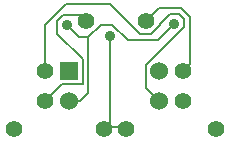
<source format=gbl>
G04 (created by PCBNEW-RS274X (2012-apr-16-27)-stable) date sam. 01 juin 2013 19:50:37 CST*
G01*
G70*
G90*
%MOIN*%
G04 Gerber Fmt 3.4, Leading zero omitted, Abs format*
%FSLAX34Y34*%
G04 APERTURE LIST*
%ADD10C,0.006000*%
%ADD11R,0.060000X0.060000*%
%ADD12C,0.060000*%
%ADD13C,0.055000*%
%ADD14C,0.056000*%
%ADD15C,0.035000*%
%ADD16C,0.008000*%
G04 APERTURE END LIST*
G54D10*
G54D11*
X54900Y-18300D03*
G54D12*
X57900Y-19300D03*
X57900Y-18300D03*
X54900Y-19300D03*
G54D13*
X53050Y-20250D03*
X56050Y-20250D03*
X59800Y-20250D03*
X56800Y-20250D03*
G54D14*
X57450Y-16650D03*
X55450Y-16650D03*
G54D13*
X54100Y-19300D03*
X54100Y-18300D03*
X58700Y-18300D03*
X58700Y-19300D03*
G54D15*
X54826Y-16770D03*
X58408Y-16721D03*
X56267Y-17138D03*
G54D16*
X55531Y-19028D02*
X55259Y-19300D01*
X55531Y-17173D02*
X55531Y-19028D01*
X55259Y-19300D02*
X54900Y-19300D01*
X55531Y-17173D02*
X55229Y-17173D01*
X55950Y-16754D02*
X55531Y-17173D01*
X56334Y-16754D02*
X55950Y-16754D01*
X56845Y-17265D02*
X56334Y-16754D01*
X58408Y-16721D02*
X57864Y-17265D01*
X55229Y-17173D02*
X54826Y-16770D01*
X57864Y-17265D02*
X56845Y-17265D01*
X56267Y-20187D02*
X56267Y-17138D01*
X56267Y-20187D02*
X56737Y-20187D01*
X56737Y-20187D02*
X56800Y-20250D01*
X56050Y-20250D02*
X56113Y-20187D01*
X56113Y-20187D02*
X56267Y-20187D01*
X55252Y-16452D02*
X54694Y-16452D01*
X54694Y-16452D02*
X54508Y-16638D01*
X54508Y-16638D02*
X54508Y-17054D01*
X55450Y-16650D02*
X55252Y-16452D01*
X55344Y-17890D02*
X55344Y-18722D01*
X54508Y-17054D02*
X55344Y-17890D01*
X55322Y-18744D02*
X54656Y-18744D01*
X55344Y-18722D02*
X55322Y-18744D01*
X54656Y-18744D02*
X54100Y-19300D01*
X58700Y-18300D02*
X58925Y-18075D01*
X58925Y-18075D02*
X58925Y-16502D01*
X58925Y-16502D02*
X58634Y-16211D01*
X58634Y-16211D02*
X57889Y-16211D01*
X57889Y-16211D02*
X57450Y-16650D01*
X57624Y-17077D02*
X57265Y-17077D01*
X57454Y-18854D02*
X57454Y-18108D01*
X57454Y-18108D02*
X58516Y-17046D01*
X57900Y-19300D02*
X57454Y-18854D01*
X58541Y-17046D02*
X58742Y-16845D01*
X58742Y-16845D02*
X58742Y-16579D01*
X58742Y-16579D02*
X58557Y-16394D01*
X58557Y-16394D02*
X58267Y-16394D01*
X58267Y-16394D02*
X57933Y-16728D01*
X57933Y-16728D02*
X57933Y-16768D01*
X57933Y-16768D02*
X57624Y-17077D01*
X58516Y-17046D02*
X58541Y-17046D01*
X57265Y-17077D02*
X56274Y-16086D01*
X56274Y-16086D02*
X54800Y-16086D01*
X54100Y-16786D02*
X54100Y-18300D01*
X54800Y-16086D02*
X54100Y-16786D01*
M02*

</source>
